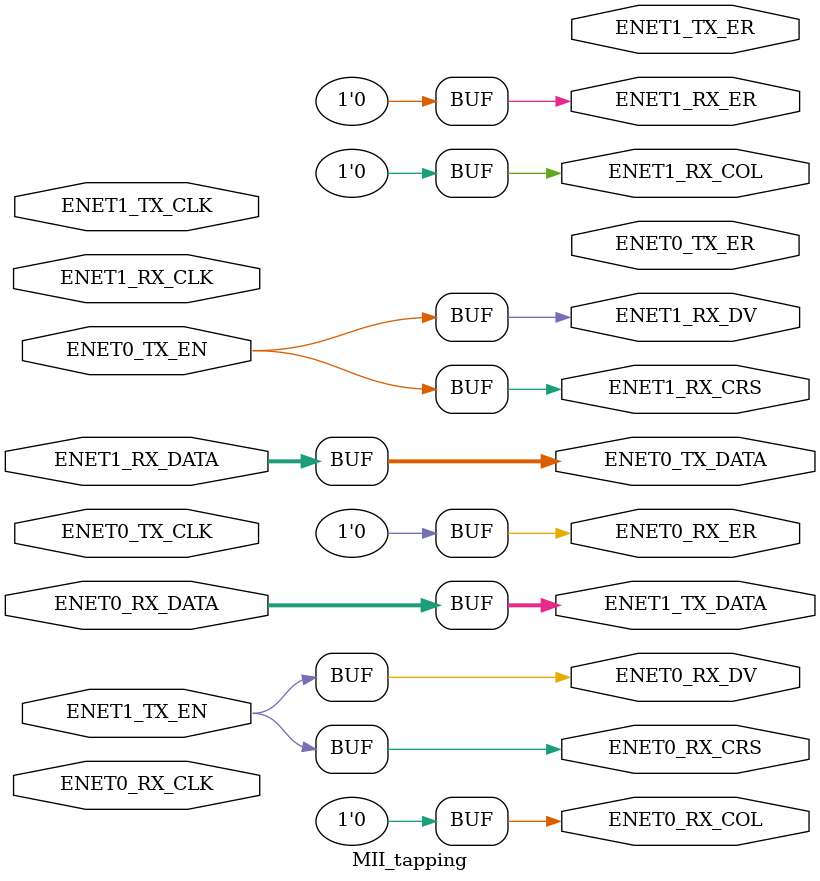
<source format=v>
module MII_tapping(
		ENET0_RX_CLK,
		ENET0_RX_COL,
		ENET0_RX_CRS,
		ENET0_RX_DATA,
		ENET0_RX_DV,
		ENET0_RX_ER,
		ENET0_TX_CLK,
		ENET0_TX_DATA,
		ENET0_TX_EN,
		ENET0_TX_ER,
		
		ENET1_RX_CLK,
		ENET1_RX_COL,
		ENET1_RX_CRS,
		ENET1_RX_DATA,
		ENET1_RX_DV,
		ENET1_RX_ER,
		ENET1_TX_CLK,
		ENET1_TX_DATA,
		ENET1_TX_EN,
		ENET1_TX_ER
		);

input	ENET0_RX_CLK;
output	ENET0_RX_COL;
output	ENET0_RX_CRS;
input[0:3]	ENET0_RX_DATA;
output	ENET0_RX_DV;
output	ENET0_RX_ER;
input	ENET0_TX_CLK;
output[0:3]	ENET0_TX_DATA;
input	ENET0_TX_EN;
output	ENET0_TX_ER;
	
input	ENET1_RX_CLK;
output	ENET1_RX_COL;
output	ENET1_RX_CRS;
input[0:3]	ENET1_RX_DATA;
output	ENET1_RX_DV;
output	ENET1_RX_ER;
input	ENET1_TX_CLK;
output[0:3]	ENET1_TX_DATA;
input	ENET1_TX_EN;
output	ENET1_TX_ER;

assign ENET0_TX_DATA = ENET1_RX_DATA;
assign ENET1_TX_DATA = ENET0_RX_DATA;

assign ENET1_RX_DV = ENET0_TX_EN;
assign ENET1_RX_CRS = ENET0_TX_EN;

assign ENET0_RX_DV = ENET1_TX_EN;
assign ENET0_RX_CRS = ENET1_TX_EN;

assign ENET0_RX_COL = 1'b0;
assign ENET1_RX_COL = 1'b0;
assign ENET0_RX_ER = 1'b0;
assign ENET1_RX_ER = 1'b0;

endmodule
</source>
